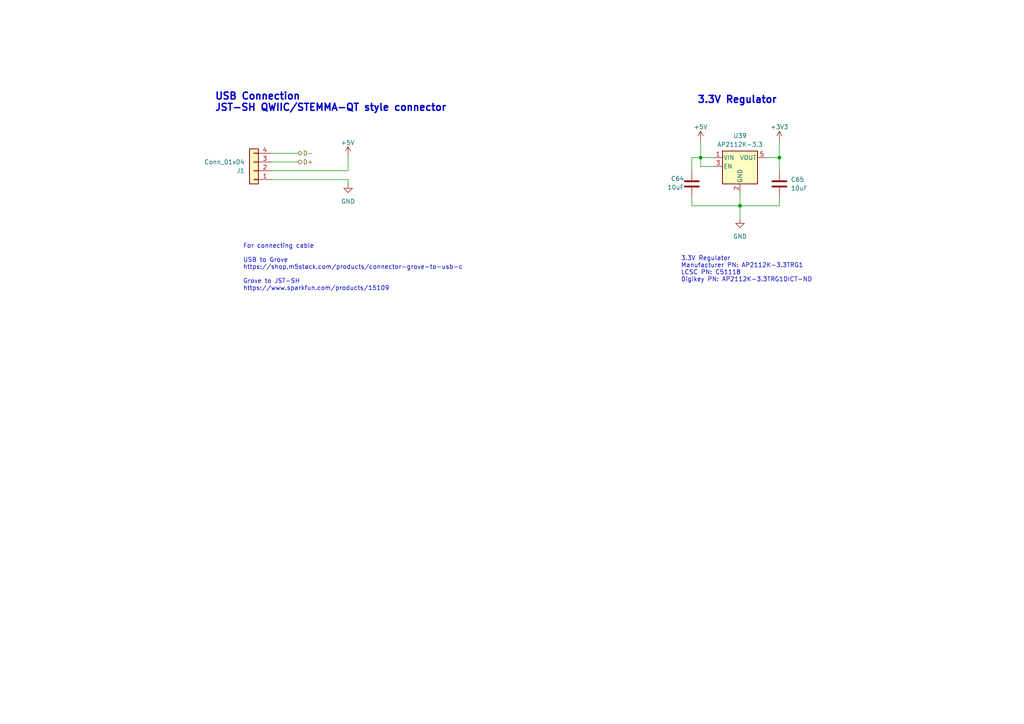
<source format=kicad_sch>
(kicad_sch (version 20250114) (generator "eeschema") (generator_version "9.0")
  (paper "A4")
  (lib_symbols
    (symbol "Connector_Generic:Conn_01x04" (pin_names (offset 1.016) (hide yes))
      (property "Reference" "J" (at 0 5.08 0))
      (property "Value" "Conn_01x04" (at 0 -7.62 0))
      (symbol "Conn_01x04_1_1"
        (rectangle (start -1.27 3.81) (end 1.27 -6.35) (stroke (width 0.254)) (fill (type background)))
        (rectangle (start -1.27 2.667) (end 0 2.413) (stroke (width 0.1524)))
        (rectangle (start -1.27 0.127) (end 0 -0.127) (stroke (width 0.1524)))
        (rectangle (start -1.27 -2.413) (end 0 -2.667) (stroke (width 0.1524)))
        (rectangle (start -1.27 -4.953) (end 0 -5.207) (stroke (width 0.1524)))
        (pin passive line (at -5.08 2.54 0) (length 3.81) (name "Pin_1") (number "1"))
        (pin passive line (at -5.08 0 0) (length 3.81) (name "Pin_2") (number "2"))
        (pin passive line (at -5.08 -2.54 0) (length 3.81) (name "Pin_3") (number "3"))
        (pin passive line (at -5.08 -5.08 0) (length 3.81) (name "Pin_4") (number "4"))
      )
    )
    (symbol "Device:C" (pin_numbers (hide yes)) (pin_names (offset 0.254))
      (property "Reference" "C" (at 0.635 2.54 0))
      (property "Value" "C" (at 0.635 -2.54 0))
      (symbol "C_0_1"
        (polyline (pts (xy -2.032 0.762) (xy 2.032 0.762)) (stroke (width 0.508)))
        (polyline (pts (xy -2.032 -0.762) (xy 2.032 -0.762)) (stroke (width 0.508)))
      )
      (symbol "C_1_1"
        (pin passive line (at 0 3.81 270) (length 2.794) (name "~") (number "1"))
        (pin passive line (at 0 -3.81 90) (length 2.794) (name "~") (number "2"))
      )
    )
    (symbol "Regulator_Linear:AP2112K-3.3" (pin_names (offset 0.254))
      (property "Reference" "U" (at -5.08 5.715 0))
      (property "Value" "AP2112K-3.3" (at 0 5.715 0))
      (symbol "AP2112K-3.3_0_1"
        (rectangle (start -5.08 4.445) (end 5.08 -5.08) (stroke (width 0.254)) (fill (type background)))
      )
      (symbol "AP2112K-3.3_1_1"
        (pin power_in line (at -7.62 2.54 0) (length 2.54) (name "VIN") (number "1"))
        (pin input line (at -7.62 0 0) (length 2.54) (name "EN") (number "3"))
        (pin power_in line (at 0 -7.62 90) (length 2.54) (name "GND") (number "2"))
        (pin no_connect line (at 5.08 0 180) (length 2.54) (hide yes) (name "NC") (number "4"))
        (pin power_out line (at 7.62 2.54 180) (length 2.54) (name "VOUT") (number "5"))
      )
    )
    (symbol "power:+3.3V" (power) (pin_names (offset 0))
      (property "Value" "+3.3V" (at 0 3.556 0))
      (symbol "+3.3V_0_1"
        (polyline (pts (xy -0.762 1.27) (xy 0 2.54)))
        (polyline (pts (xy 0 2.54) (xy 0.762 1.27)))
        (polyline (pts (xy 0 0) (xy 0 2.54)))
      )
      (symbol "+3.3V_1_1"
        (pin power_in line (at 0 0 90) (length 0) (hide yes) (name "+3.3V") (number "1"))
      )
    )
    (symbol "power:+5V" (power) (pin_names (offset 0))
      (property "Value" "+5V" (at 0 3.556 0))
      (symbol "+5V_0_1"
        (polyline (pts (xy -0.762 1.27) (xy 0 2.54)))
        (polyline (pts (xy 0 2.54) (xy 0.762 1.27)))
        (polyline (pts (xy 0 0) (xy 0 2.54)))
      )
      (symbol "+5V_1_1"
        (pin power_in line (at 0 0 90) (length 0) (hide yes) (name "+5V") (number "1"))
      )
    )
    (symbol "power:GND" (power) (pin_names (offset 0))
      (property "Value" "GND" (at 0 -3.81 0))
      (symbol "GND_0_1"
        (polyline (pts (xy 0 0) (xy 0 -1.27) (xy 1.27 -1.27) (xy 0 -2.54) (xy -1.27 -1.27) (xy 0 -1.27)))
      )
      (symbol "GND_1_1"
        (pin power_in line (at 0 0 270) (length 0) (hide yes) (name "GND") (number "1"))
      )
    )
  )
  (text "3.3V Regulator" (at 202.184 30.226 0) (effects (font (size 2.032 2.032) (thickness 0.4064) (bold yes)) (justify left bottom)))
  (text "For connecting cable\n\nUSB to Grove \nhttps://shop.m5stack.com/products/connector-grove-to-usb-c\n\nGrove to JST-SH \nhttps://www.sparkfun.com/products/15109" (at 70.485 84.455 0) (effects (font (size 1.27 1.27)) (justify left bottom)))
  (text "USB Connection\nJST-SH QWIIC/STEMMA-QT style connector" (at 62.23 32.512 0) (effects (font (size 2.032 2.032) (thickness 0.4064) (bold yes)) (justify left bottom)))
  (text "3.3V Regulator\nManufacturer PN: AP2112K-3.3TRG1\nLCSC PN: C51118\nDigikey PN: AP2112K-3.3TRG1DICT-ND " (at 197.485 81.915 0) (effects (font (size 1.27 1.27)) (justify left bottom)))
  (junction (at 214.63 59.69))
  (junction (at 203.2 45.72))
  (junction (at 226.06 45.72))
  (wire (pts (xy 200.66 45.72) (xy 200.66 49.53)))
  (wire (pts (xy 207.01 48.26) (xy 203.2 48.26)))
  (wire (pts (xy 200.66 45.72) (xy 203.2 45.72)))
  (wire (pts (xy 226.06 40.64) (xy 226.06 45.72)))
  (wire (pts (xy 78.74 44.45) (xy 86.36 44.45)))
  (wire (pts (xy 207.01 45.72) (xy 203.2 45.72)))
  (wire (pts (xy 203.2 40.64) (xy 203.2 45.72)))
  (wire (pts (xy 200.66 59.69) (xy 214.63 59.69)))
  (wire (pts (xy 78.74 49.53) (xy 100.965 49.53)))
  (wire (pts (xy 100.965 52.07) (xy 100.965 53.34)))
  (wire (pts (xy 100.965 45.085) (xy 100.965 49.53)))
  (wire (pts (xy 78.74 46.99) (xy 86.36 46.99)))
  (wire (pts (xy 226.06 45.72) (xy 226.06 49.53)))
  (wire (pts (xy 226.06 59.69) (xy 214.63 59.69)))
  (wire (pts (xy 214.63 59.69) (xy 214.63 55.88)))
  (wire (pts (xy 78.74 52.07) (xy 100.965 52.07)))
  (wire (pts (xy 222.25 45.72) (xy 226.06 45.72)))
  (wire (pts (xy 214.63 59.69) (xy 214.63 63.5)))
  (wire (pts (xy 226.06 57.15) (xy 226.06 59.69)))
  (wire (pts (xy 200.66 57.15) (xy 200.66 59.69)))
  (wire (pts (xy 203.2 48.26) (xy 203.2 45.72)))
  (hierarchical_label "D-" (shape bidirectional) (at 86.36 44.45 0))
  (hierarchical_label "D+" (shape bidirectional) (at 86.36 46.99 0))
  (symbol (lib_id "power:GND") (at 100.965 53.34 0) (unit 1)
    (property "Reference" "#PWR0110" (effects (hide yes)))
    (property "Value" "GND" (at 100.965 58.42 0))
  )
  (symbol (lib_id "power:+3.3V") (at 226.06 40.64 0) (mirror y) (unit 1)
    (property "Reference" "#PWR0113" (effects (hide yes)))
    (property "Value" "+3V3" (at 226.06 36.83 0))
  )
  (symbol (lib_id "power:+5V") (at 100.965 45.085 0) (unit 1)
    (property "Reference" "#PWR0109" (effects (hide yes)))
    (property "Value" "+5V" (at 100.838 41.402 0))
  )
  (symbol (lib_id "power:+5V") (at 203.2 40.64 0) (unit 1)
    (property "Reference" "#PWR0111" (effects (hide yes)))
    (property "Value" "+5V" (at 203.2 36.83 0))
  )
  (symbol (lib_id "Device:C") (at 200.66 53.34 0) (unit 1)
    (property "Reference" "C64" (at 194.564 51.816 0) (effects (justify left)))
    (property "Value" "10uF" (at 193.548 54.356 0) (effects (justify left)))
    (property "Footprint" "Capacitor_SMD:C_0402_1005Metric" (effects (hide yes)))
  )
  (symbol (lib_id "Connector_Generic:Conn_01x04") (at 73.66 49.53 180) (unit 1)
    (property "Reference" "J1" (at 70.993 49.53 0) (effects (justify left)))
    (property "Value" "Conn_01x04" (at 70.993 46.99 0) (effects (justify left)))
    (property "Footprint" "panel_custom:JST_SH_BM04B-SRSS-TB_1x04-1MP_P1.00mm_Vertical" (effects (hide yes)))
  )
  (symbol (lib_id "Device:C") (at 226.06 53.34 0) (unit 1)
    (property "Reference" "C65" (at 229.362 52.07 0) (effects (justify left)))
    (property "Value" "10uF" (at 229.362 54.61 0) (effects (justify left)))
    (property "Footprint" "Capacitor_SMD:C_0402_1005Metric" (effects (hide yes)))
  )
  (symbol (lib_id "Regulator_Linear:AP2112K-3.3") (at 214.63 48.26 0) (unit 1)
    (property "Reference" "U39" (at 214.63 39.37 0))
    (property "Value" "AP2112K-3.3" (at 214.63 41.91 0))
    (property "Footprint" "Package_TO_SOT_SMD:SOT-23-5" (effects (hide yes)))
    (property "Datasheet" "https://www.diodes.com/assets/Datasheets/AP2112.pdf" (effects (hide yes)))
  )
  (symbol (lib_id "power:GND") (at 214.63 63.5 0) (unit 1)
    (property "Reference" "#PWR0112" (effects (hide yes)))
    (property "Value" "GND" (at 214.63 68.58 0))
  )
)
</source>
